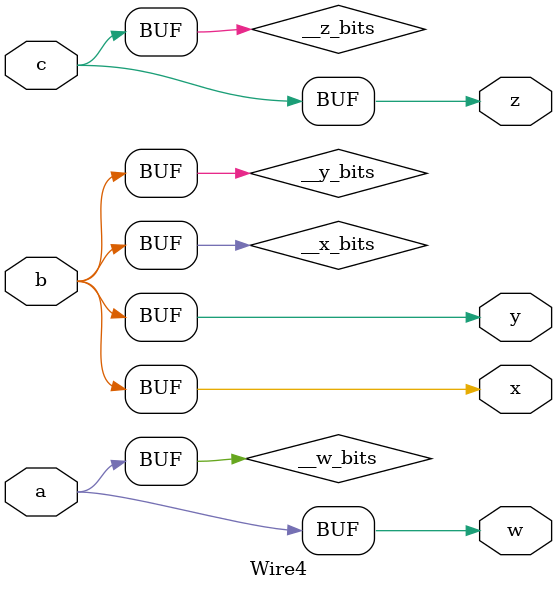
<source format=sv>
module Wire4(
  input  wire a,
              b,
              c,
  output wire w,
              x,
              y,
              z
);

  // Variables for output ports
  logic __w_bits;
  logic __x_bits;
  logic __y_bits;
  logic __z_bits;

  assign __w_bits = a;
  assign __x_bits = b;
  assign __y_bits = b;
  assign __z_bits = c;

  assign w = __w_bits;
  assign x = __x_bits;
  assign y = __y_bits;
  assign z = __z_bits;
endmodule

</source>
